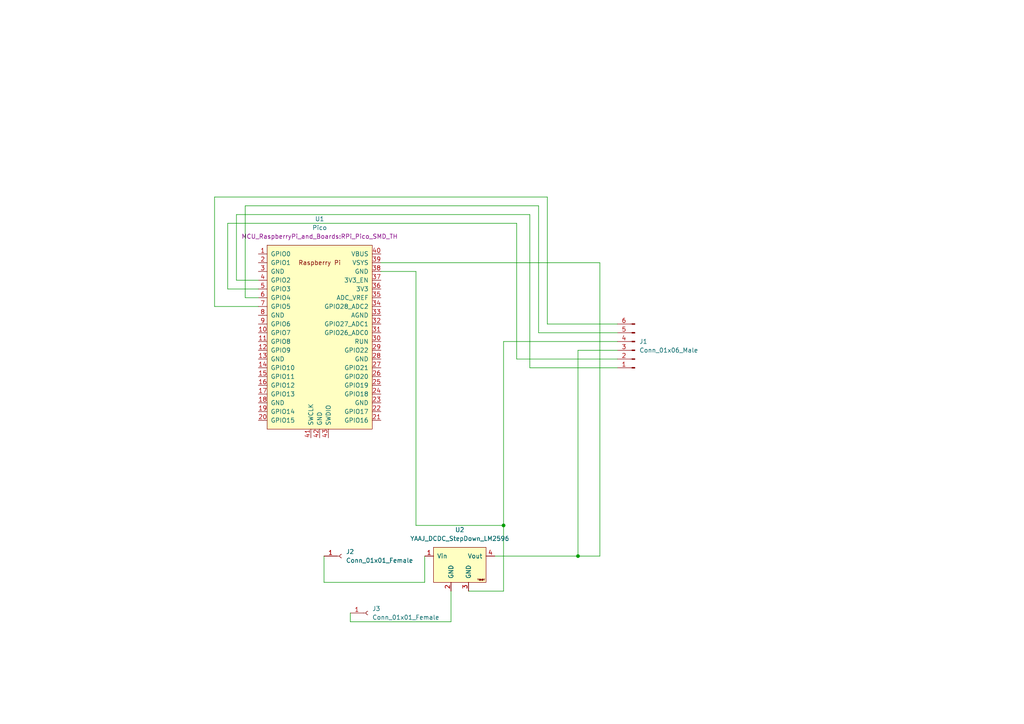
<source format=kicad_sch>
(kicad_sch (version 20211123) (generator eeschema)
  (paper "A4")
  (lib_symbols
    (symbol "Connector:Conn_01x01_Female" (pin_names (offset 1.016) hide)
      (property "Reference" "J" (at 0 2.54 0))
      (property "Value" "Conn_01x01_Female" (at 0 -2.54 0))
      (symbol "Conn_01x01_Female_1_1"
        (polyline (pts (xy -1.27 0) (xy -0.508 0)) (stroke (width 0.1524)))
        (arc (start 0 0.508) (mid -0.508 0) (end 0 -0.508) (stroke (width 0.1524)))
        (pin passive line (at -5.08 0 0) (length 3.81) (name "Pin_1") (number "1"))
      )
    )
    (symbol "Connector:Conn_01x06_Male" (pin_names (offset 1.016) hide)
      (property "Reference" "J" (at 0 7.62 0))
      (property "Value" "Conn_01x06_Male" (at 0 -10.16 0))
      (symbol "Conn_01x06_Male_1_1"
        (polyline (pts (xy 1.27 -7.62) (xy 0.8636 -7.62)) (stroke (width 0.1524)))
        (polyline (pts (xy 1.27 -5.08) (xy 0.8636 -5.08)) (stroke (width 0.1524)))
        (polyline (pts (xy 1.27 -2.54) (xy 0.8636 -2.54)) (stroke (width 0.1524)))
        (polyline (pts (xy 1.27 0) (xy 0.8636 0)) (stroke (width 0.1524)))
        (polyline (pts (xy 1.27 2.54) (xy 0.8636 2.54)) (stroke (width 0.1524)))
        (polyline (pts (xy 1.27 5.08) (xy 0.8636 5.08)) (stroke (width 0.1524)))
        (rectangle (start 0.8636 -7.493) (end 0 -7.747) (stroke (width 0.1524)) (fill (type outline)))
        (rectangle (start 0.8636 -4.953) (end 0 -5.207) (stroke (width 0.1524)) (fill (type outline)))
        (rectangle (start 0.8636 -2.413) (end 0 -2.667) (stroke (width 0.1524)) (fill (type outline)))
        (rectangle (start 0.8636 0.127) (end 0 -0.127) (stroke (width 0.1524)) (fill (type outline)))
        (rectangle (start 0.8636 2.667) (end 0 2.413) (stroke (width 0.1524)) (fill (type outline)))
        (rectangle (start 0.8636 5.207) (end 0 4.953) (stroke (width 0.1524)) (fill (type outline)))
        (pin passive line (at 5.08 5.08 180) (length 3.81) (name "Pin_1") (number "1"))
        (pin passive line (at 5.08 2.54 180) (length 3.81) (name "Pin_2") (number "2"))
        (pin passive line (at 5.08 0 180) (length 3.81) (name "Pin_3") (number "3"))
        (pin passive line (at 5.08 -2.54 180) (length 3.81) (name "Pin_4") (number "4"))
        (pin passive line (at 5.08 -5.08 180) (length 3.81) (name "Pin_5") (number "5"))
        (pin passive line (at 5.08 -7.62 180) (length 3.81) (name "Pin_6") (number "6"))
      )
    )
    (symbol "MCU_RaspberryPi_and_Boards:Pico" (pin_names (offset 1.016))
      (property "Reference" "U" (at -13.97 27.94 0))
      (property "Value" "Pico" (at 0 19.05 0))
      (symbol "Pico_0_0"
        (text "Raspberry Pi" (at 0 21.59 0) (effects (font (size 1.27 1.27))))
      )
      (symbol "Pico_0_1"
        (rectangle (start -15.24 26.67) (end 15.24 -26.67) (fill (type background)))
      )
      (symbol "Pico_1_1"
        (pin bidirectional line (at -17.78 24.13 0) (length 2.54) (name "GPIO0") (number "1"))
        (pin bidirectional line (at -17.78 1.27 0) (length 2.54) (name "GPIO7") (number "10"))
        (pin bidirectional line (at -17.78 -1.27 0) (length 2.54) (name "GPIO8") (number "11"))
        (pin bidirectional line (at -17.78 -3.81 0) (length 2.54) (name "GPIO9") (number "12"))
        (pin power_in line (at -17.78 -6.35 0) (length 2.54) (name "GND") (number "13"))
        (pin bidirectional line (at -17.78 -8.89 0) (length 2.54) (name "GPIO10") (number "14"))
        (pin bidirectional line (at -17.78 -11.43 0) (length 2.54) (name "GPIO11") (number "15"))
        (pin bidirectional line (at -17.78 -13.97 0) (length 2.54) (name "GPIO12") (number "16"))
        (pin bidirectional line (at -17.78 -16.51 0) (length 2.54) (name "GPIO13") (number "17"))
        (pin power_in line (at -17.78 -19.05 0) (length 2.54) (name "GND") (number "18"))
        (pin bidirectional line (at -17.78 -21.59 0) (length 2.54) (name "GPIO14") (number "19"))
        (pin bidirectional line (at -17.78 21.59 0) (length 2.54) (name "GPIO1") (number "2"))
        (pin bidirectional line (at -17.78 -24.13 0) (length 2.54) (name "GPIO15") (number "20"))
        (pin bidirectional line (at 17.78 -24.13 180) (length 2.54) (name "GPIO16") (number "21"))
        (pin bidirectional line (at 17.78 -21.59 180) (length 2.54) (name "GPIO17") (number "22"))
        (pin power_in line (at 17.78 -19.05 180) (length 2.54) (name "GND") (number "23"))
        (pin bidirectional line (at 17.78 -16.51 180) (length 2.54) (name "GPIO18") (number "24"))
        (pin bidirectional line (at 17.78 -13.97 180) (length 2.54) (name "GPIO19") (number "25"))
        (pin bidirectional line (at 17.78 -11.43 180) (length 2.54) (name "GPIO20") (number "26"))
        (pin bidirectional line (at 17.78 -8.89 180) (length 2.54) (name "GPIO21") (number "27"))
        (pin power_in line (at 17.78 -6.35 180) (length 2.54) (name "GND") (number "28"))
        (pin bidirectional line (at 17.78 -3.81 180) (length 2.54) (name "GPIO22") (number "29"))
        (pin power_in line (at -17.78 19.05 0) (length 2.54) (name "GND") (number "3"))
        (pin input line (at 17.78 -1.27 180) (length 2.54) (name "RUN") (number "30"))
        (pin bidirectional line (at 17.78 1.27 180) (length 2.54) (name "GPIO26_ADC0") (number "31"))
        (pin bidirectional line (at 17.78 3.81 180) (length 2.54) (name "GPIO27_ADC1") (number "32"))
        (pin power_in line (at 17.78 6.35 180) (length 2.54) (name "AGND") (number "33"))
        (pin bidirectional line (at 17.78 8.89 180) (length 2.54) (name "GPIO28_ADC2") (number "34"))
        (pin unspecified line (at 17.78 11.43 180) (length 2.54) (name "ADC_VREF") (number "35"))
        (pin unspecified line (at 17.78 13.97 180) (length 2.54) (name "3V3") (number "36"))
        (pin input line (at 17.78 16.51 180) (length 2.54) (name "3V3_EN") (number "37"))
        (pin bidirectional line (at 17.78 19.05 180) (length 2.54) (name "GND") (number "38"))
        (pin unspecified line (at 17.78 21.59 180) (length 2.54) (name "VSYS") (number "39"))
        (pin bidirectional line (at -17.78 16.51 0) (length 2.54) (name "GPIO2") (number "4"))
        (pin unspecified line (at 17.78 24.13 180) (length 2.54) (name "VBUS") (number "40"))
        (pin input line (at -2.54 -29.21 90) (length 2.54) (name "SWCLK") (number "41"))
        (pin power_in line (at 0 -29.21 90) (length 2.54) (name "GND") (number "42"))
        (pin bidirectional line (at 2.54 -29.21 90) (length 2.54) (name "SWDIO") (number "43"))
        (pin bidirectional line (at -17.78 13.97 0) (length 2.54) (name "GPIO3") (number "5"))
        (pin bidirectional line (at -17.78 11.43 0) (length 2.54) (name "GPIO4") (number "6"))
        (pin bidirectional line (at -17.78 8.89 0) (length 2.54) (name "GPIO5") (number "7"))
        (pin power_in line (at -17.78 6.35 0) (length 2.54) (name "GND") (number "8"))
        (pin bidirectional line (at -17.78 3.81 0) (length 2.54) (name "GPIO6") (number "9"))
      )
    )
    (symbol "yaaj_dcdc_stepdown_lm2596:YAAJ_DCDC_StepDown_LM2596" (pin_names (offset 1.016))
      (property "Reference" "U" (at -5.08 6.35 0))
      (property "Value" "YAAJ_DCDC_StepDown_LM2596" (at 0 11.43 0))
      (symbol "YAAJ_DCDC_StepDown_LM2596_0_1"
        (rectangle (start -7.62 5.08) (end 7.62 -5.08) (fill (type background)))
      )
      (symbol "YAAJ_DCDC_StepDown_LM2596_1_1"
        (text "Y@@V" (at 6.1976 -4.2672 0) (effects (font (size 0.508 0.508))))
        (pin power_in line (at -10.16 2.54 0) (length 2.54) (name "Vin") (number "1"))
        (pin power_in line (at -2.54 -7.62 90) (length 2.54) (name "GND") (number "2"))
        (pin power_in line (at 2.54 -7.62 90) (length 2.54) (name "GND") (number "3"))
        (pin power_out line (at 10.16 2.54 180) (length 2.54) (name "Vout") (number "4"))
      )
    )
  )
  (junction (at 146.05 152.4))
  (junction (at 167.64 161.29))
  (wire (pts (xy 71.12 86.36) (xy 71.12 59.69)))
  (wire (pts (xy 146.05 152.4) (xy 146.05 99.06)))
  (wire (pts (xy 149.86 104.14) (xy 179.07 104.14)))
  (wire (pts (xy 130.81 180.34) (xy 101.6 180.34)))
  (wire (pts (xy 173.99 161.29) (xy 173.99 76.2)))
  (wire (pts (xy 74.93 81.28) (xy 68.58 81.28)))
  (wire (pts (xy 66.04 64.77) (xy 149.86 64.77)))
  (wire (pts (xy 167.64 101.6) (xy 179.07 101.6)))
  (wire (pts (xy 93.98 168.91) (xy 93.98 161.29)))
  (wire (pts (xy 146.05 99.06) (xy 179.07 99.06)))
  (wire (pts (xy 158.75 57.15) (xy 158.75 93.98)))
  (wire (pts (xy 120.65 152.4) (xy 120.65 78.74)))
  (wire (pts (xy 146.05 152.4) (xy 120.65 152.4)))
  (wire (pts (xy 66.04 83.82) (xy 66.04 64.77)))
  (wire (pts (xy 173.99 76.2) (xy 110.49 76.2)))
  (wire (pts (xy 101.6 180.34) (xy 101.6 177.8)))
  (wire (pts (xy 120.65 78.74) (xy 110.49 78.74)))
  (wire (pts (xy 146.05 171.45) (xy 146.05 152.4)))
  (wire (pts (xy 167.64 161.29) (xy 167.64 101.6)))
  (wire (pts (xy 74.93 83.82) (xy 66.04 83.82)))
  (wire (pts (xy 71.12 59.69) (xy 156.21 59.69)))
  (wire (pts (xy 156.21 59.69) (xy 156.21 96.52)))
  (wire (pts (xy 167.64 161.29) (xy 173.99 161.29)))
  (wire (pts (xy 68.58 81.28) (xy 68.58 62.23)))
  (wire (pts (xy 153.67 62.23) (xy 153.67 106.68)))
  (wire (pts (xy 93.98 168.91) (xy 123.19 168.91)))
  (wire (pts (xy 153.67 106.68) (xy 179.07 106.68)))
  (wire (pts (xy 74.93 88.9) (xy 62.23 88.9)))
  (wire (pts (xy 68.58 62.23) (xy 153.67 62.23)))
  (wire (pts (xy 149.86 64.77) (xy 149.86 104.14)))
  (wire (pts (xy 62.23 88.9) (xy 62.23 57.15)))
  (wire (pts (xy 143.51 161.29) (xy 167.64 161.29)))
  (wire (pts (xy 123.19 168.91) (xy 123.19 161.29)))
  (wire (pts (xy 62.23 57.15) (xy 158.75 57.15)))
  (wire (pts (xy 74.93 86.36) (xy 71.12 86.36)))
  (wire (pts (xy 135.89 171.45) (xy 146.05 171.45)))
  (wire (pts (xy 156.21 96.52) (xy 179.07 96.52)))
  (wire (pts (xy 130.81 180.34) (xy 130.81 171.45)))
  (wire (pts (xy 158.75 93.98) (xy 179.07 93.98)))
  (symbol (lib_id "Connector:Conn_01x01_Female") (at 99.06 161.29 0) (unit 1)
    (property "Reference" "J2" (at 100.33 160.0199 0) (effects (justify left)))
    (property "Value" "Conn_01x01_Female" (at 100.33 162.5599 0) (effects (justify left)))
    (property "Footprint" "Connector_PinSocket_2.00mm:PinSocket_1x01_P2.00mm_Vertical" (effects hide))
  )
  (symbol (lib_id "MCU_RaspberryPi_and_Boards:Pico") (at 92.71 97.79 0) (unit 1)
    (property "Reference" "U1" (at 92.71 63.5 0))
    (property "Value" "Pico" (at 92.71 66.04 0))
    (property "Footprint" "MCU_RaspberryPi_and_Boards:RPi_Pico_SMD_TH" (at 92.71 68.58 0))
  )
  (symbol (lib_id "yaaj_dcdc_stepdown_lm2596:YAAJ_DCDC_StepDown_LM2596") (at 133.35 163.83 0) (unit 1)
    (property "Reference" "U2" (at 133.35 153.67 0))
    (property "Value" "YAAJ_DCDC_StepDown_LM2596" (at 133.35 156.21 0))
    (property "Footprint" "KiCad:YAAJ_DCDC_StepDown_LM2596" (effects hide))
  )
  (symbol (lib_id "Connector:Conn_01x06_Male") (at 184.15 101.6 180) (unit 1)
    (property "Reference" "J1" (at 185.42 99.0599 0) (effects (justify right)))
    (property "Value" "Conn_01x06_Male" (at 185.42 101.5999 0) (effects (justify right)))
    (property "Footprint" "Connector_PinHeader_1.00mm:PinHeader_1x06_P1.00mm_Horizontal" (effects hide))
  )
  (symbol (lib_id "Connector:Conn_01x01_Female") (at 106.68 177.8 0) (unit 1)
    (property "Reference" "J3" (at 107.95 176.5299 0) (effects (justify left)))
    (property "Value" "Conn_01x01_Female" (at 107.95 179.0699 0) (effects (justify left)))
    (property "Footprint" "Connector_PinSocket_2.00mm:PinSocket_1x01_P2.00mm_Vertical" (effects hide))
  )
)
</source>
